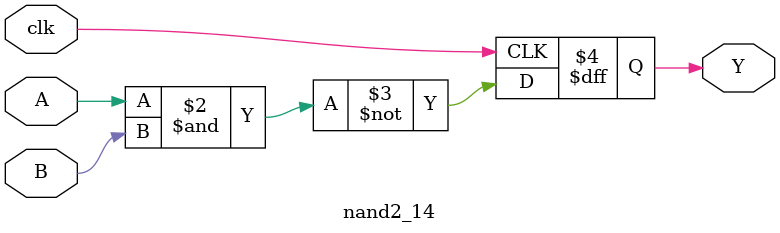
<source format=sv>
module nand2_14 (
    input wire A, B,
    input wire clk,
    output reg Y
);
    // 直接在时序逻辑中实现 NAND 功能，减少中间信号
    // 这样可以减少路径延迟并优化面积
    always @(posedge clk) begin
        Y <= ~(A & B);
    end
endmodule
</source>
